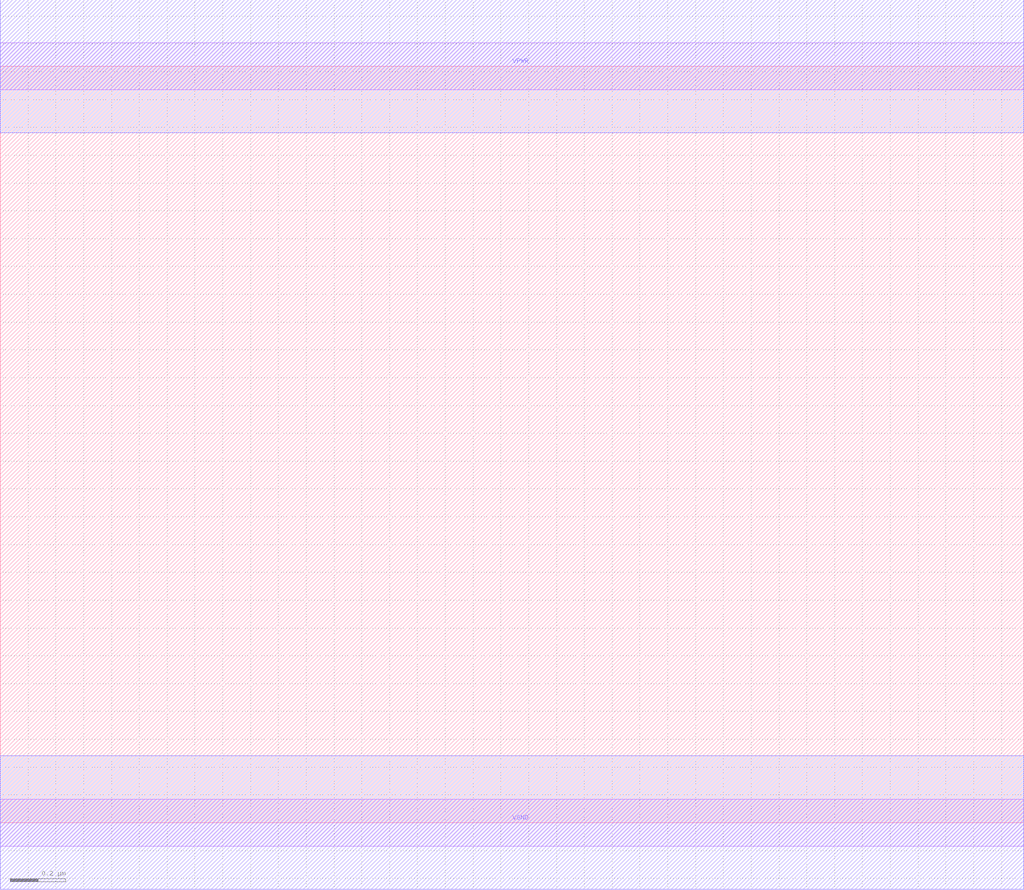
<source format=lef>
# Copyright 2020 The SkyWater PDK Authors
#
# Licensed under the Apache License, Version 2.0 (the "License");
# you may not use this file except in compliance with the License.
# You may obtain a copy of the License at
#
#     https://www.apache.org/licenses/LICENSE-2.0
#
# Unless required by applicable law or agreed to in writing, software
# distributed under the License is distributed on an "AS IS" BASIS,
# WITHOUT WARRANTIES OR CONDITIONS OF ANY KIND, either express or implied.
# See the License for the specific language governing permissions and
# limitations under the License.
#
# SPDX-License-Identifier: Apache-2.0

VERSION 5.5 ;
NAMESCASESENSITIVE ON ;
BUSBITCHARS "[]" ;
DIVIDERCHAR "/" ;
MACRO sky130_fd_sc_hd__fill_8
  CLASS CORE SPACER ;
  SOURCE USER ;
  ORIGIN  0.000000  0.000000 ;
  SIZE  3.680000 BY  2.720000 ;
  SYMMETRY X Y R90 ;
  SITE unithd ;
  PIN VGND
    DIRECTION INOUT ;
    SHAPE ABUTMENT ;
    USE GROUND ;
    PORT
      LAYER li1 ;
        RECT 0.000000 -0.085000 3.680000 0.085000 ;
    END
    PORT
      LAYER met1 ;
        RECT 0.000000 -0.240000 3.680000 0.240000 ;
    END
  END VGND
  PIN VNB
    DIRECTION INOUT ;
    USE GROUND ;
    PORT
    END
  END VNB
  PIN VPB
    DIRECTION INOUT ;
    USE POWER ;
    PORT
    END
  END VPB
  PIN VPWR
    DIRECTION INOUT ;
    SHAPE ABUTMENT ;
    USE POWER ;
    PORT
      LAYER li1 ;
        RECT 0.000000 2.635000 3.680000 2.805000 ;
    END
    PORT
      LAYER met1 ;
        RECT 0.000000 2.480000 3.680000 2.960000 ;
    END
  END VPWR
  OBS
  END
END sky130_fd_sc_hd__fill_8
END LIBRARY

</source>
